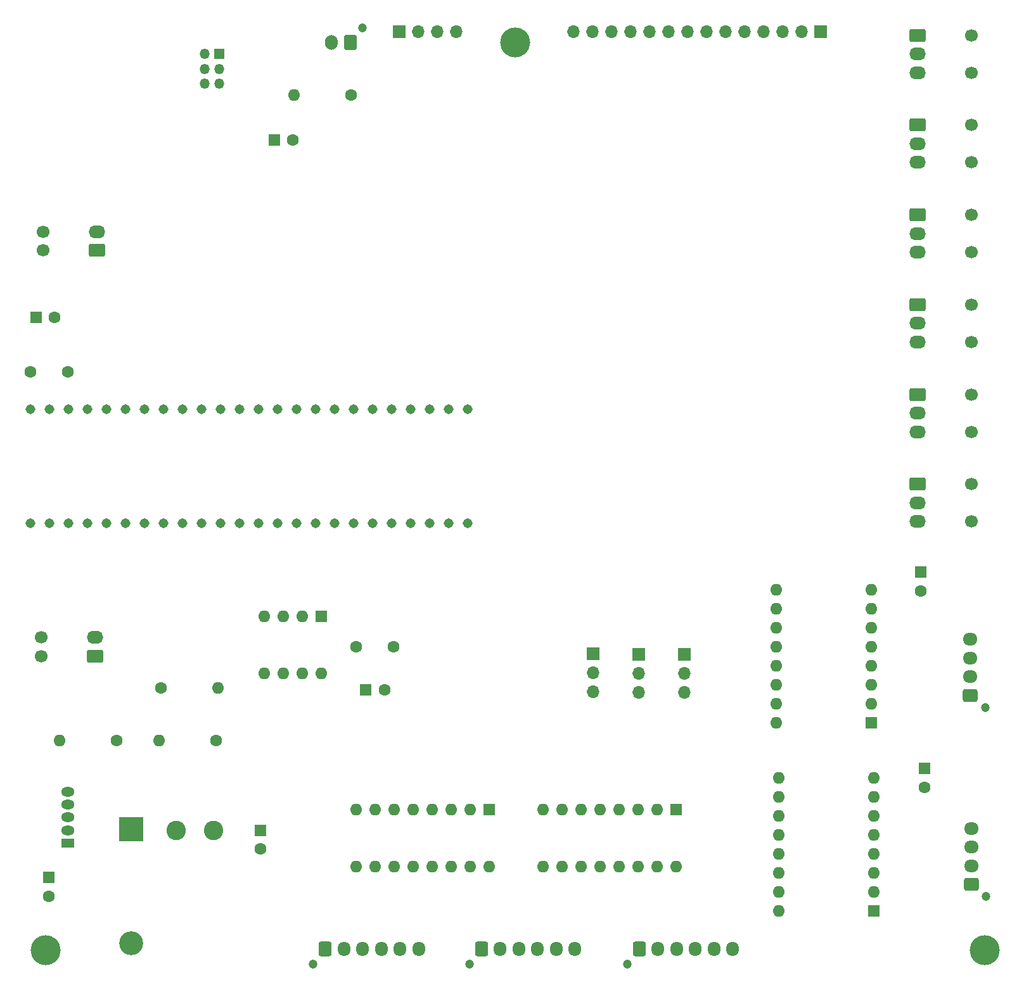
<source format=gbr>
%TF.GenerationSoftware,KiCad,Pcbnew,(7.0.0)*%
%TF.CreationDate,2023-12-07T21:26:55-05:00*%
%TF.ProjectId,PayloadPcbRev2,5061796c-6f61-4645-9063-62526576322e,rev?*%
%TF.SameCoordinates,Original*%
%TF.FileFunction,Soldermask,Top*%
%TF.FilePolarity,Negative*%
%FSLAX46Y46*%
G04 Gerber Fmt 4.6, Leading zero omitted, Abs format (unit mm)*
G04 Created by KiCad (PCBNEW (7.0.0)) date 2023-12-07 21:26:55*
%MOMM*%
%LPD*%
G01*
G04 APERTURE LIST*
G04 Aperture macros list*
%AMRoundRect*
0 Rectangle with rounded corners*
0 $1 Rounding radius*
0 $2 $3 $4 $5 $6 $7 $8 $9 X,Y pos of 4 corners*
0 Add a 4 corners polygon primitive as box body*
4,1,4,$2,$3,$4,$5,$6,$7,$8,$9,$2,$3,0*
0 Add four circle primitives for the rounded corners*
1,1,$1+$1,$2,$3*
1,1,$1+$1,$4,$5*
1,1,$1+$1,$6,$7*
1,1,$1+$1,$8,$9*
0 Add four rect primitives between the rounded corners*
20,1,$1+$1,$2,$3,$4,$5,0*
20,1,$1+$1,$4,$5,$6,$7,0*
20,1,$1+$1,$6,$7,$8,$9,0*
20,1,$1+$1,$8,$9,$2,$3,0*%
G04 Aperture macros list end*
%ADD10C,1.700000*%
%ADD11RoundRect,0.250000X-0.850000X-0.600000X0.850000X-0.600000X0.850000X0.600000X-0.850000X0.600000X0*%
%ADD12O,2.200000X1.700000*%
%ADD13R,1.700000X1.700000*%
%ADD14O,1.700000X1.700000*%
%ADD15R,1.600000X1.600000*%
%ADD16C,1.600000*%
%ADD17RoundRect,0.250000X0.850000X0.600000X-0.850000X0.600000X-0.850000X-0.600000X0.850000X-0.600000X0*%
%ADD18O,1.600000X1.600000*%
%ADD19C,4.000000*%
%ADD20R,1.800000X1.275000*%
%ADD21O,1.800000X1.275000*%
%ADD22O,1.800000X1.300000*%
%ADD23C,1.200000*%
%ADD24RoundRect,0.250000X-0.600000X-0.725000X0.600000X-0.725000X0.600000X0.725000X-0.600000X0.725000X0*%
%ADD25O,1.700000X1.950000*%
%ADD26RoundRect,0.250000X0.725000X-0.600000X0.725000X0.600000X-0.725000X0.600000X-0.725000X-0.600000X0*%
%ADD27O,1.950000X1.700000*%
%ADD28R,3.200000X3.200000*%
%ADD29O,3.200000X3.200000*%
%ADD30C,2.600000*%
%ADD31RoundRect,0.250000X0.600000X0.750000X-0.600000X0.750000X-0.600000X-0.750000X0.600000X-0.750000X0*%
%ADD32O,1.700000X2.000000*%
%ADD33C,1.308000*%
%ADD34R,1.350000X1.350000*%
%ADD35O,1.350000X1.350000*%
G04 APERTURE END LIST*
D10*
%TO.C,M1*%
X190250000Y-29000000D03*
X190250000Y-34000000D03*
D11*
X183070000Y-29000000D03*
D12*
X183069999Y-31499999D03*
X183069999Y-33999999D03*
%TD*%
D13*
%TO.C,J5*%
X145749999Y-111724999D03*
D14*
X145749999Y-114264999D03*
X145749999Y-116804999D03*
%TD*%
D15*
%TO.C,C7*%
X183999999Y-126999999D03*
D16*
X184000000Y-129500000D03*
%TD*%
D15*
%TO.C,C5*%
X66999999Y-141567620D03*
D16*
X67000000Y-144067621D03*
%TD*%
D10*
%TO.C,J9*%
X65960000Y-112000000D03*
X65960000Y-109500000D03*
D17*
X73140000Y-112000000D03*
D12*
X73139999Y-109499999D03*
%TD*%
D15*
%TO.C,A2*%
X176839999Y-120889999D03*
D18*
X176839999Y-118349999D03*
X176839999Y-115809999D03*
X176839999Y-113269999D03*
X176839999Y-110729999D03*
X176839999Y-108189999D03*
X176839999Y-105649999D03*
X176839999Y-103109999D03*
X164139999Y-103109999D03*
X164139999Y-105649999D03*
X164139999Y-108189999D03*
X164139999Y-110729999D03*
X164139999Y-113269999D03*
X164139999Y-115809999D03*
X164139999Y-118349999D03*
X164139999Y-120889999D03*
%TD*%
D15*
%TO.C,U5*%
X125829999Y-132499999D03*
D18*
X123289999Y-132499999D03*
X120749999Y-132499999D03*
X118209999Y-132499999D03*
X115669999Y-132499999D03*
X113129999Y-132499999D03*
X110589999Y-132499999D03*
X108049999Y-132499999D03*
X108049999Y-140119999D03*
X110589999Y-140119999D03*
X113129999Y-140119999D03*
X115669999Y-140119999D03*
X118209999Y-140119999D03*
X120749999Y-140119999D03*
X123289999Y-140119999D03*
X125829999Y-140119999D03*
%TD*%
D19*
%TO.C,REF\u002A\u002A*%
X192000000Y-151250000D03*
%TD*%
D20*
%TO.C,U4*%
X69499999Y-136949999D03*
D21*
X69499999Y-135249999D03*
D22*
X69499999Y-133549999D03*
D21*
X69499999Y-131849999D03*
X69499999Y-130149999D03*
%TD*%
D16*
%TO.C,R4*%
X107310000Y-37000000D03*
D18*
X99689999Y-36999999D03*
%TD*%
D10*
%TO.C,J10*%
X66210000Y-57750000D03*
X66210000Y-55250000D03*
D17*
X73390000Y-57750000D03*
D12*
X73389999Y-55249999D03*
%TD*%
D19*
%TO.C,REF\u002A\u002A*%
X66500000Y-151250000D03*
%TD*%
D16*
%TO.C,R2*%
X89310000Y-123250000D03*
D18*
X81689999Y-123249999D03*
%TD*%
D10*
%TO.C,M6*%
X190250000Y-89000000D03*
X190250000Y-94000000D03*
D11*
X183070000Y-89000000D03*
D12*
X183069999Y-91499999D03*
X183069999Y-93999999D03*
%TD*%
D13*
%TO.C,J11*%
X170109999Y-28499999D03*
D14*
X167569999Y-28499999D03*
X165029999Y-28499999D03*
X162489999Y-28499999D03*
X159949999Y-28499999D03*
X157409999Y-28499999D03*
X154869999Y-28499999D03*
X152329999Y-28499999D03*
X149789999Y-28499999D03*
X147249999Y-28499999D03*
X144709999Y-28499999D03*
X142169999Y-28499999D03*
X139629999Y-28499999D03*
X137089999Y-28499999D03*
%TD*%
D16*
%TO.C,R3*%
X81940000Y-116250000D03*
D18*
X89559999Y-116249999D03*
%TD*%
%TO.C,U6*%
X150779999Y-140119999D03*
X148239999Y-140119999D03*
X145699999Y-140119999D03*
X143159999Y-140119999D03*
X140619999Y-140119999D03*
X138079999Y-140119999D03*
X135539999Y-140119999D03*
X132999999Y-140119999D03*
X132999999Y-132499999D03*
X135539999Y-132499999D03*
X138079999Y-132499999D03*
X140619999Y-132499999D03*
X143159999Y-132499999D03*
X145699999Y-132499999D03*
X148239999Y-132499999D03*
D15*
X150779999Y-132499999D03*
%TD*%
D13*
%TO.C,J4*%
X139649999Y-111699999D03*
D14*
X139649999Y-114239999D03*
X139649999Y-116779999D03*
%TD*%
D16*
%TO.C,C4*%
X108000000Y-110750000D03*
X113000000Y-110750000D03*
%TD*%
D23*
%TO.C,J1*%
X102280000Y-153120000D03*
D24*
X103880000Y-151120000D03*
D25*
X106379999Y-151119999D03*
X108879999Y-151119999D03*
X111379999Y-151119999D03*
X113879999Y-151119999D03*
X116379999Y-151119999D03*
%TD*%
D16*
%TO.C,R1*%
X76060000Y-123250000D03*
D18*
X68439999Y-123249999D03*
%TD*%
D15*
%TO.C,C1*%
X65249999Y-66749999D03*
D16*
X67750000Y-66750000D03*
%TD*%
D10*
%TO.C,M2*%
X190250000Y-41000000D03*
X190250000Y-46000000D03*
D11*
X183070000Y-41000000D03*
D12*
X183069999Y-43499999D03*
X183069999Y-45999999D03*
%TD*%
D23*
%TO.C,J7*%
X192225000Y-144100000D03*
D26*
X190225000Y-142500000D03*
D27*
X190224999Y-139999999D03*
X190224999Y-137499999D03*
X190224999Y-134999999D03*
%TD*%
D15*
%TO.C,C3*%
X109317620Y-116499999D03*
D16*
X111817621Y-116500000D03*
%TD*%
D15*
%TO.C,C6*%
X95249999Y-135249999D03*
D16*
X95250000Y-137750000D03*
%TD*%
D28*
%TO.C,D1*%
X77999999Y-135129999D03*
D29*
X77999999Y-150369999D03*
%TD*%
D23*
%TO.C,J3*%
X144250000Y-153120000D03*
D24*
X145850000Y-151120000D03*
D25*
X148349999Y-151119999D03*
X150849999Y-151119999D03*
X153349999Y-151119999D03*
X155849999Y-151119999D03*
X158349999Y-151119999D03*
%TD*%
D10*
%TO.C,M3*%
X190250000Y-53000000D03*
X190250000Y-58000000D03*
D11*
X183070000Y-53000000D03*
D12*
X183069999Y-55499999D03*
X183069999Y-57999999D03*
%TD*%
D10*
%TO.C,M4*%
X190250000Y-65000000D03*
X190250000Y-70000000D03*
D11*
X183070000Y-65000000D03*
D12*
X183069999Y-67499999D03*
X183069999Y-69999999D03*
%TD*%
D15*
%TO.C,A1*%
X177179999Y-146029999D03*
D18*
X177179999Y-143489999D03*
X177179999Y-140949999D03*
X177179999Y-138409999D03*
X177179999Y-135869999D03*
X177179999Y-133329999D03*
X177179999Y-130789999D03*
X177179999Y-128249999D03*
X164479999Y-128249999D03*
X164479999Y-130789999D03*
X164479999Y-133329999D03*
X164479999Y-135869999D03*
X164479999Y-138409999D03*
X164479999Y-140949999D03*
X164479999Y-143489999D03*
X164479999Y-146029999D03*
%TD*%
D19*
%TO.C,REF\u002A\u002A*%
X129250000Y-30000000D03*
%TD*%
D23*
%TO.C,J8*%
X192090000Y-118850000D03*
D26*
X190090000Y-117250000D03*
D27*
X190089999Y-114749999D03*
X190089999Y-112249999D03*
X190089999Y-109749999D03*
%TD*%
D13*
%TO.C,U7*%
X113749999Y-28499999D03*
D14*
X121369999Y-28499999D03*
X116289999Y-28499999D03*
X118829999Y-28499999D03*
%TD*%
D16*
%TO.C,C2*%
X64500000Y-74000000D03*
X69500000Y-74000000D03*
%TD*%
D30*
%TO.C,L1*%
X84000000Y-135250000D03*
X89000000Y-135250000D03*
%TD*%
D15*
%TO.C,C9*%
X97067620Y-42999999D03*
D16*
X99567621Y-43000000D03*
%TD*%
D13*
%TO.C,J6*%
X151899999Y-111724999D03*
D14*
X151899999Y-114264999D03*
X151899999Y-116804999D03*
%TD*%
D23*
%TO.C,TH1*%
X108850000Y-28000000D03*
D31*
X107250000Y-30000000D03*
D32*
X104749999Y-29999999D03*
%TD*%
D23*
%TO.C,J2*%
X123150000Y-153120000D03*
D24*
X124750000Y-151120000D03*
D25*
X127249999Y-151119999D03*
X129749999Y-151119999D03*
X132249999Y-151119999D03*
X134749999Y-151119999D03*
X137249999Y-151119999D03*
%TD*%
D15*
%TO.C,C8*%
X183499999Y-100749999D03*
D16*
X183500000Y-103250000D03*
%TD*%
D10*
%TO.C,M5*%
X190250000Y-77000000D03*
X190250000Y-82000000D03*
D11*
X183070000Y-77000000D03*
D12*
X183069999Y-79499999D03*
X183069999Y-81999999D03*
%TD*%
D33*
%TO.C,U1*%
X67050000Y-94250000D03*
X69590000Y-94250000D03*
X72130000Y-94250000D03*
X74670000Y-94250000D03*
X100070000Y-94250000D03*
X69590000Y-79010000D03*
X77210000Y-94250000D03*
X79750000Y-94250000D03*
X82290000Y-94250000D03*
X84830000Y-94250000D03*
X87370000Y-94250000D03*
X89910000Y-94250000D03*
X92450000Y-94250000D03*
X94990000Y-94250000D03*
X97530000Y-94250000D03*
X97530000Y-79010000D03*
X94990000Y-79010000D03*
X92450000Y-79010000D03*
X89910000Y-79010000D03*
X87370000Y-79010000D03*
X84830000Y-79010000D03*
X82290000Y-79010000D03*
X79750000Y-79010000D03*
X77210000Y-79010000D03*
X74670000Y-79010000D03*
X72130000Y-79010000D03*
X102610000Y-94250000D03*
X105150000Y-94250000D03*
X107690000Y-94250000D03*
X110230000Y-94250000D03*
X112770000Y-94250000D03*
X115310000Y-94250000D03*
X117850000Y-94250000D03*
X120390000Y-94250000D03*
X122930000Y-94250000D03*
X122930000Y-79010000D03*
X120390000Y-79010000D03*
X117850000Y-79010000D03*
X115310000Y-79010000D03*
X112770000Y-79010000D03*
X110230000Y-79010000D03*
X107690000Y-79010000D03*
X105150000Y-79010000D03*
X102610000Y-79010000D03*
X64510000Y-94250000D03*
X100070000Y-79010000D03*
X67050000Y-79010000D03*
X64510000Y-79010000D03*
%TD*%
D15*
%TO.C,U3*%
X103329999Y-106699999D03*
D18*
X100789999Y-106699999D03*
X98249999Y-106699999D03*
X95709999Y-106699999D03*
X95709999Y-114319999D03*
X98249999Y-114319999D03*
X100789999Y-114319999D03*
X103329999Y-114319999D03*
%TD*%
D34*
%TO.C,U2*%
X89749999Y-31499999D03*
D35*
X87749999Y-31499999D03*
X89749999Y-33499999D03*
X87749999Y-33499999D03*
X89749999Y-35499999D03*
X87749999Y-35499999D03*
%TD*%
M02*

</source>
